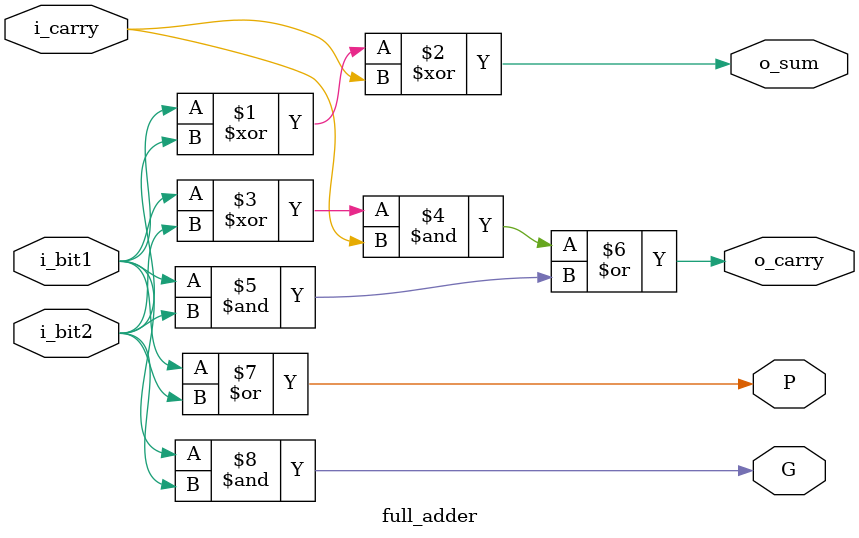
<source format=v>
`timescale 1ns / 1ps


module full_adder(
		input i_bit1,
		input i_bit2,
		input i_carry,
		output o_sum,
		output o_carry,
		output P,
		output G
    );
	
assign o_sum = (i_bit1^i_bit2)^i_carry;
assign o_carry = ((i_bit1^i_bit2)&i_carry)|(i_bit1&i_bit2);
assign P = i_bit1 | i_bit2;
assign G = i_bit1 & i_bit2;
	
endmodule
	

</source>
